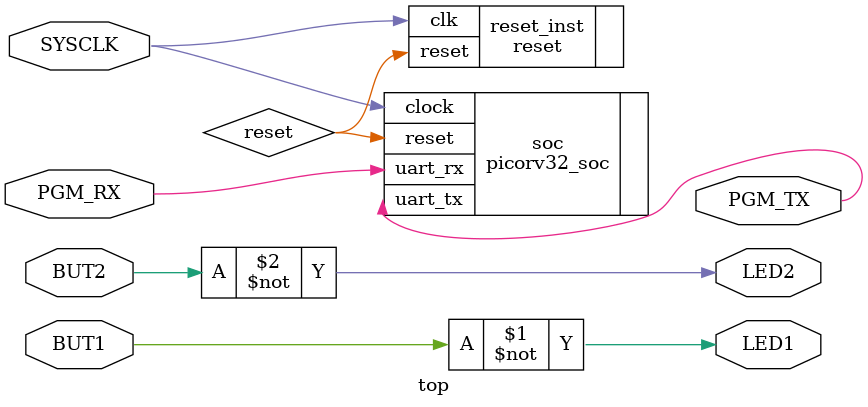
<source format=v>
module top(
    input       SYSCLK,

    output      LED1,
    output      LED2,

    input       BUT1,
    input       BUT2,

    input       PGM_RX,
    output      PGM_TX
);

assign LED1 = ~BUT1;
assign LED2 = ~BUT2;

wire reset;
reset reset_inst(
    .clk(SYSCLK),
    .reset(reset)
);

picorv32_soc soc(
    .clock(SYSCLK),
    .reset(reset),
    .uart_rx(PGM_RX),
    .uart_tx(PGM_TX)
);

endmodule

</source>
